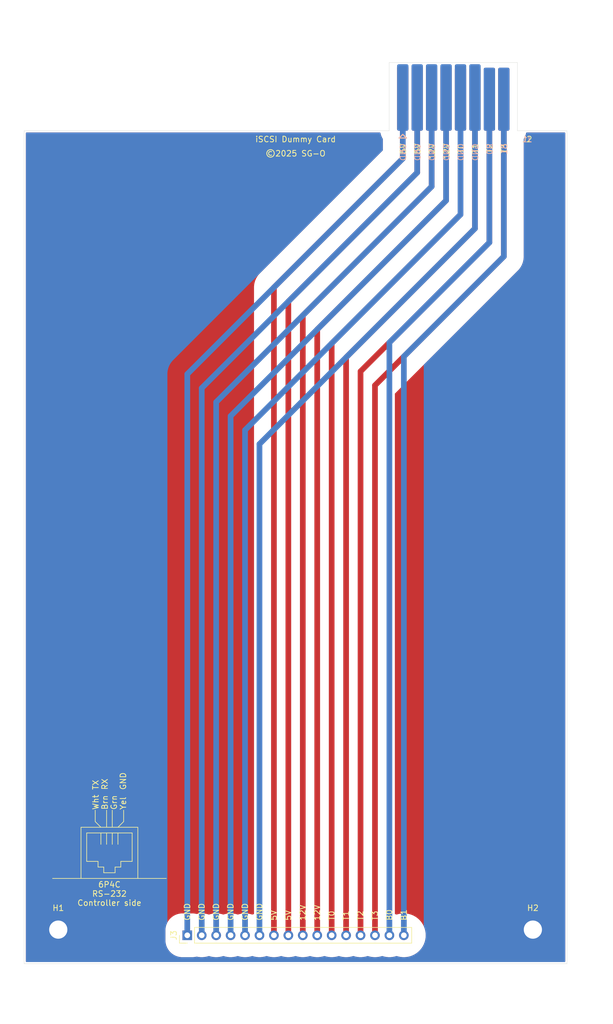
<source format=kicad_pcb>
(kicad_pcb (version 20241229) (generator "pcbnew") (generator_version "9.0")
  (title_block (company "SG-O") (comment 1 "JLC04161H-7628"))
  (layers (0 "F.Cu" signal) (2 "B.Cu" signal) (13 "F.Paste" user) (15 "B.Paste" user) (5 "F.SilkS" user "F.Silkscreen") (7 "B.SilkS" user "B.Silkscreen") (1 "F.Mask" user) (3 "B.Mask" user) (25 "Edge.Cuts" user))
  (net 0 "")
  (net 1 "GNDREF")
  (net 2 "/B1")
  (net 3 "/B0")
  (net 4 "/GND_4")
  (net 5 "/GND_3")
  (net 6 "/GND_1")
  (net 7 "/GND_0")
  (net 8 "/GND_5")
  (net 9 "/GND_2")
  (net 10 "/T0")
  (net 11 "/T1")
  (net 12 "/5V_1")
  (net 13 "/T2")
  (net 14 "/12V_1")
  (net 15 "/T3")
  (net 16 "/5V_0")
  (net 17 "/12V_0")
  (footprint "MountingHole:MountingHole_3.2mm_M3_ISO7380_Pad" (layer "F.Cu") (at 46 179)
    (property "Reference" "H1" (at 0 -3.8 0) (layer "F.SilkS"))
    (property "Value" "MountingHole")
    (pad "1" thru_hole circle (at 0 0) (size 5.7 5.7) (drill 3.2) (layers "*.Cu" "*.Mask") (net 1 "GNDREF"))
  )
  (footprint "MountingHole:MountingHole_3.2mm_M3_ISO7380_Pad" (layer "F.Cu") (at 129.5 179)
    (property "Reference" "H2" (at 0 -3.8 0) (layer "F.SilkS"))
    (property "Value" "MountingHole")
    (pad "1" thru_hole circle (at 0 0) (size 5.7 5.7) (drill 3.2) (layers "*.Cu" "*.Mask") (net 1 "GNDREF"))
  )
  (footprint "Connector_PinHeader_2.54mm:PinHeader_1x16_P2.54mm_Vertical" (layer "F.Cu") (at 68.7 180 90)
    (property "Reference" "J3" (at 0 -2.38 90) (layer "F.SilkS"))
    (property "Value" "Debug")
    (fp_line (start -1.38 -1.38) (end 0 -1.38) (stroke (width 0.12)) (layer "F.SilkS"))
    (fp_line (start -1.38 0) (end -1.38 -1.38) (stroke (width 0.12)) (layer "F.SilkS"))
    (fp_line (start 1.38 1.27) (end 1.38 39.48) (stroke (width 0.12)) (layer "F.SilkS"))
    (fp_line (start -1.38 1.27) (end 1.38 1.27) (stroke (width 0.12)) (layer "F.SilkS"))
    (fp_line (start -1.38 1.27) (end -1.38 39.48) (stroke (width 0.12)) (layer "F.SilkS"))
    (fp_line (start -1.38 39.48) (end 1.38 39.48) (stroke (width 0.12)) (layer "F.SilkS"))
    (pad "1" thru_hole rect (at 0 0 90) (size 1.7 1.7) (drill 1) (layers "*.Cu" "*.Mask") (net 7 "/GND_0"))
    (pad "2" thru_hole circle (at 0 2.54 90) (size 1.7 1.7) (drill 1) (layers "*.Cu" "*.Mask") (net 6 "/GND_1"))
    (pad "3" thru_hole circle (at 0 5.08 90) (size 1.7 1.7) (drill 1) (layers "*.Cu" "*.Mask") (net 9 "/GND_2"))
    (pad "4" thru_hole circle (at 0 7.62 90) (size 1.7 1.7) (drill 1) (layers "*.Cu" "*.Mask") (net 5 "/GND_3"))
    (pad "5" thru_hole circle (at 0 10.16 90) (size 1.7 1.7) (drill 1) (layers "*.Cu" "*.Mask") (net 4 "/GND_4"))
    (pad "6" thru_hole circle (at 0 12.7 90) (size 1.7 1.7) (drill 1) (layers "*.Cu" "*.Mask") (net 8 "/GND_5"))
    (pad "7" thru_hole circle (at 0 15.24 90) (size 1.7 1.7) (drill 1) (layers "*.Cu" "*.Mask") (net 16 "/5V_0"))
    (pad "8" thru_hole circle (at 0 17.78 90) (size 1.7 1.7) (drill 1) (layers "*.Cu" "*.Mask") (net 12 "/5V_1"))
    (pad "9" thru_hole circle (at 0 20.32 90) (size 1.7 1.7) (drill 1) (layers "*.Cu" "*.Mask") (net 17 "/12V_0"))
    (pad "10" thru_hole circle (at 0 22.86 90) (size 1.7 1.7) (drill 1) (layers "*.Cu" "*.Mask") (net 14 "/12V_1"))
    (pad "11" thru_hole circle (at 0 25.4 90) (size 1.7 1.7) (drill 1) (layers "*.Cu" "*.Mask") (net 10 "/T0"))
    (pad "12" thru_hole circle (at 0 27.94 90) (size 1.7 1.7) (drill 1) (layers "*.Cu" "*.Mask") (net 11 "/T1"))
    (pad "13" thru_hole circle (at 0 30.48 90) (size 1.7 1.7) (drill 1) (layers "*.Cu" "*.Mask") (net 13 "/T2"))
    (pad "14" thru_hole circle (at 0 33.02 90) (size 1.7 1.7) (drill 1) (layers "*.Cu" "*.Mask") (net 15 "/T3"))
    (pad "15" thru_hole circle (at 0 35.56 90) (size 1.7 1.7) (drill 1) (layers "*.Cu" "*.Mask") (net 3 "/B0"))
    (pad "16" thru_hole circle (at 0 38.1 90) (size 1.7 1.7) (drill 1) (layers "*.Cu" "*.Mask") (net 2 "/B1"))
  )
  (footprint "Project:Edge_Bottom" (layer "F.Cu") (at 115.5 38.5)
    (property "Reference" "J1" (at 13 1.5 0) (layer "B.SilkS") (effects (justify mirror)))
    (property "Value" "Edge_Bottom")
    (fp_line (start -9.525 1.27) (end -8.255 1.27) (stroke (width 0.2)) (layer "B.SilkS"))
    (fp_line (start -8.89 0.635) (end -9.525 1.27) (stroke (width 0.2)) (layer "B.SilkS"))
    (fp_line (start -8.255 1.27) (end -8.89 0.635) (stroke (width 0.2)) (layer "B.SilkS"))
    (pad "1" smd roundrect (at -8.89 -5.85) (size 2 11.7) (layers "B.Cu" "B.Mask" "B.Paste") (roundrect_rratio 0.15) (net 7 "/GND_0"))
    (pad "2" smd roundrect (at -6.35 -5.85) (size 2 11.7) (layers "B.Cu" "B.Mask" "B.Paste") (roundrect_rratio 0.15) (net 6 "/GND_1"))
    (pad "3" smd roundrect (at -3.81 -5.85) (size 2 11.7) (layers "B.Cu" "B.Mask" "B.Paste") (roundrect_rratio 0.15) (net 9 "/GND_2"))
    (pad "4" smd roundrect (at -1.27 -5.85) (size 2 11.7) (layers "B.Cu" "B.Mask" "B.Paste") (roundrect_rratio 0.15) (net 5 "/GND_3"))
    (pad "5" smd roundrect (at 1.27 -5.85) (size 2 11.7) (layers "B.Cu" "B.Mask" "B.Paste") (roundrect_rratio 0.15) (net 4 "/GND_4"))
    (pad "6" smd roundrect (at 3.81 -5.85) (size 2 11.7) (layers "B.Cu" "B.Mask" "B.Paste") (roundrect_rratio 0.15) (net 8 "/GND_5"))
    (pad "7" smd roundrect (at 6.35 -5.55) (size 2 11.1) (layers "B.Cu" "B.Mask" "B.Paste") (roundrect_rratio 0.15) (net 3 "/B0"))
    (pad "8" smd roundrect (at 8.89 -5.55) (size 2 11.1) (layers "B.Cu" "B.Mask" "B.Paste") (roundrect_rratio 0.15) (net 2 "/B1"))
  )
  (footprint "Project:Edge_Top" (layer "F.Cu") (at 115.5 38.5)
    (property "Reference" "J2" (at 13 1.5 0) (layer "F.SilkS"))
    (property "Value" "Edge_Top")
    (fp_line (start -9.525 1.27) (end -8.255 1.27) (stroke (width 0.2)) (layer "F.SilkS"))
    (fp_line (start -8.89 0.635) (end -9.525 1.27) (stroke (width 0.2)) (layer "F.SilkS"))
    (fp_line (start -8.255 1.27) (end -8.89 0.635) (stroke (width 0.2)) (layer "F.SilkS"))
    (pad "1" smd roundrect (at -8.89 -5.7) (size 2 11.4) (layers "F.Cu" "F.Mask" "F.Paste") (roundrect_rratio 0.15) (net 16 "/5V_0"))
    (pad "2" smd roundrect (at -6.35 -5.7) (size 2 11.4) (layers "F.Cu" "F.Mask" "F.Paste") (roundrect_rratio 0.15) (net 12 "/5V_1"))
    (pad "3" smd roundrect (at -3.81 -5.7) (size 2 11.4) (layers "F.Cu" "F.Mask" "F.Paste") (roundrect_rratio 0.15) (net 17 "/12V_0"))
    (pad "4" smd roundrect (at -1.27 -5.7) (size 2 11.4) (layers "F.Cu" "F.Mask" "F.Paste") (roundrect_rratio 0.15) (net 14 "/12V_1"))
    (pad "5" smd roundrect (at 1.27 -5.55) (size 2 11.1) (layers "F.Cu" "F.Mask" "F.Paste") (roundrect_rratio 0.15) (net 10 "/T0"))
    (pad "6" smd roundrect (at 3.81 -5.55) (size 2 11.1) (layers "F.Cu" "F.Mask" "F.Paste") (roundrect_rratio 0.15) (net 11 "/T1"))
    (pad "7" smd roundrect (at 6.35 -5.55) (size 2 11.1) (layers "F.Cu" "F.Mask" "F.Paste") (roundrect_rratio 0.15) (net 13 "/T2"))
    (pad "8" smd roundrect (at 8.89 -5.55) (size 2 11.1) (layers "F.Cu" "F.Mask" "F.Paste") (roundrect_rratio 0.15) (net 15 "/T3"))
  )
  (gr_line (start 55.5 162) (end 55.5 164) (stroke (width 0.12)) (layer "F.SilkS"))
  (gr_line (start 54 168) (end 54 169) (stroke (width 0.12)) (layer "F.SilkS"))
  (gr_line (start 50 170) (end 45 170) (stroke (width 0.12)) (layer "F.SilkS"))
  (gr_line (start 54.5 161) (end 54.5 158) (stroke (width 0.12)) (layer "F.SilkS"))
  (gr_line (start 59 167) (end 59 162) (stroke (width 0.12)) (layer "F.SilkS"))
  (gr_line (start 53 168) (end 54 168) (stroke (width 0.12)) (layer "F.SilkS"))
  (gr_line (start 53.5 161) (end 52.5 160) (stroke (width 0.12)) (layer "F.SilkS"))
  (gr_line (start 53 167) (end 53 168) (stroke (width 0.12)) (layer "F.SilkS"))
  (gr_line (start 59 162) (end 51 162) (stroke (width 0.12)) (layer "F.SilkS"))
  (gr_line (start 56 169) (end 56 168) (stroke (width 0.12)) (layer "F.SilkS"))
  (gr_line (start 65 170) (end 60 170) (stroke (width 0.12)) (layer "F.SilkS"))
  (gr_line (start 56.5 161) (end 57.5 160) (stroke (width 0.12)) (layer "F.SilkS"))
  (gr_line (start 56.5 162) (end 56.5 164) (stroke (width 0.12)) (layer "F.SilkS"))
  (gr_line (start 57 168) (end 57 167) (stroke (width 0.12)) (layer "F.SilkS"))
  (gr_line (start 57.5 160) (end 57.5 158) (stroke (width 0.12)) (layer "F.SilkS"))
  (gr_line (start 56 168) (end 57 168) (stroke (width 0.12)) (layer "F.SilkS"))
  (gr_line (start 51 167) (end 53 167) (stroke (width 0.12)) (layer "F.SilkS"))
  (gr_line (start 55.5 161) (end 55.5 158) (stroke (width 0.12)) (layer "F.SilkS"))
  (gr_line (start 54.5 162) (end 54.5 164) (stroke (width 0.12)) (layer "F.SilkS"))
  (gr_rect (start 50 161) (end 60 170) (stroke (width 0.12)) (fill no) (layer "F.SilkS"))
  (gr_line (start 57 167) (end 59 167) (stroke (width 0.12)) (layer "F.SilkS"))
  (gr_line (start 51 162) (end 51 167) (stroke (width 0.12)) (layer "F.SilkS"))
  (gr_line (start 54 169) (end 56 169) (stroke (width 0.12)) (layer "F.SilkS"))
  (gr_line (start 52.5 160) (end 52.5 158) (stroke (width 0.12)) (layer "F.SilkS"))
  (gr_line (start 53.5 162) (end 53.5 164) (stroke (width 0.12)) (layer "F.SilkS"))
  (gr_line (start 40 38.5) (end 104.22 38.5) (stroke (width 0.05)) (layer "Edge.Cuts"))
  (gr_line (start 104.22 38.5) (end 104.22 26.5) (stroke (width 0.05)) (layer "Edge.Cuts"))
  (gr_line (start 40 185) (end 135.5 185) (stroke (width 0.05)) (layer "Edge.Cuts"))
  (gr_line (start 126.78 38.5) (end 126.78 26.5) (stroke (width 0.05)) (layer "Edge.Cuts"))
  (gr_line (start 40 185) (end 40 38.5) (stroke (width 0.05)) (layer "Edge.Cuts"))
  (gr_line (start 135.5 185) (end 135.5 38.5) (stroke (width 0.05)) (layer "Edge.Cuts"))
  (gr_line (start 135.5 38.5) (end 126.78 38.5) (stroke (width 0.05)) (layer "Edge.Cuts"))
  (gr_line (start 126.78 26.5) (end 104.22 26.5) (stroke (width 0.05)) (layer "Edge.Cuts"))
  (gr_text "B1" (at 106.8 177.5 90) (layer "F.SilkS") (effects (font (size 1 1)) (justify left)))
  (gr_text "12V" (at 114.3 40.64 90) (layer "F.SilkS") (effects (font (size 1 1)) (justify right)))
  (gr_text "T2" (at 121.92 40.64 90) (layer "F.SilkS") (effects (font (size 1 1)) (justify right)))
  (gr_text "GND" (at 78.86 177.5 90) (layer "F.SilkS") (effects (font (size 1 1)) (justify left)))
  (gr_text "©2025 SG-O" (at 87.75 42.5 0) (layer "F.SilkS") (effects (font (size 1 1))))
  (gr_text "GND" (at 76.32 177.5 90) (layer "F.SilkS") (effects (font (size 1 1)) (justify left)))
  (gr_text "5V" (at 83.94 177.5 90) (layer "F.SilkS") (effects (font (size 1 1)) (justify left)))
  (gr_text "T3" (at 101.72 177.5 90) (layer "F.SilkS") (effects (font (size 1 1)) (justify left)))
  (gr_text "12V" (at 111.76 40.64 90) (layer "F.SilkS") (effects (font (size 1 1)) (justify right)))
  (gr_text "GND" (at 73.78 177.5 90) (layer "F.SilkS") (effects (font (size 1 1)) (justify left)))
  (gr_text "5V" (at 86.48 177.5 90) (layer "F.SilkS") (effects (font (size 1 1)) (justify left)))
  (gr_text "iSCSI Dummy Card" (at 87.75 40 0) (layer "F.SilkS") (effects (font (size 1 1))))
  (gr_text "T0" (at 116.84 40.64 90) (layer "F.SilkS") (effects (font (size 1 1)) (justify right)))
  (gr_text "Wht\nBrn\nGrn\nYel\n" (at 55 158 90) (layer "F.SilkS") (effects (font (size 1 1)) (justify left)))
  (gr_text "T2" (at 99.18 177.5 90) (layer "F.SilkS") (effects (font (size 1 1)) (justify left)))
  (gr_text "GND" (at 71.24 177.5 90) (layer "F.SilkS") (effects (font (size 1 1)) (justify left)))
  (gr_text "T1" (at 119.38 40.64 90) (layer "F.SilkS") (effects (font (size 1 1)) (justify right)))
  (gr_text "5V" (at 109.22 40.64 90) (layer "F.SilkS") (effects (font (size 1 1)) (justify right)))
  (gr_text "T0" (at 94.1 177.5 90) (layer "F.SilkS") (effects (font (size 1 1)) (justify left)))
  (gr_text "6P4C\nRS-232\nController side" (at 55 170.5 0) (layer "F.SilkS") (effects (font (size 1 1)) (justify top)))
  (gr_text "T1" (at 96.64 177.5 90) (layer "F.SilkS") (effects (font (size 1 1)) (justify left)))
  (gr_text "12V" (at 91.56 177.5 90) (layer "F.SilkS") (effects (font (size 1 1)) (justify left)))
  (gr_text "GND" (at 81.4 177.5 90) (layer "F.SilkS") (effects (font (size 1 1)) (justify left)))
  (gr_text "5V" (at 106.68 40.64 90) (layer "F.SilkS") (effects (font (size 1 1)) (justify right)))
  (gr_text "TX\nRX\n\nGND\n" (at 55 154.5 90) (layer "F.SilkS") (effects (font (size 1 1)) (justify left)))
  (gr_text "12V" (at 89.02 177.5 90) (layer "F.SilkS") (effects (font (size 1 1)) (justify left)))
  (gr_text "T3" (at 124.46 40.64 90) (layer "F.SilkS") (effects (font (size 1 1)) (justify right)))
  (gr_text "GND" (at 68.7 177.5 90) (layer "F.SilkS") (effects (font (size 1 1)) (justify left)))
  (gr_text "B0" (at 104.26 177.5 90) (layer "F.SilkS") (effects (font (size 1 1)) (justify left)))
  (gr_text "GND" (at 106.68 40.64 90) (layer "B.SilkS") (effects (font (size 1 1)) (justify left mirror)))
  (gr_text "B0" (at 121.92 40.64 90) (layer "B.SilkS") (effects (font (size 1 1)) (justify left mirror)))
  (gr_text "GND" (at 109.22 40.64 90) (layer "B.SilkS") (effects (font (size 1 1)) (justify left mirror)))
  (gr_text "GND" (at 119.38 40.64 90) (layer "B.SilkS") (effects (font (size 1 1)) (justify left mirror)))
  (gr_text "GND" (at 114.3 40.64 90) (layer "B.SilkS") (effects (font (size 1 1)) (justify left mirror)))
  (gr_text "GND" (at 116.84 40.64 90) (layer "B.SilkS") (effects (font (size 1 1)) (justify left mirror)))
  (gr_text "B1" (at 124.46 40.64 90) (layer "B.SilkS") (effects (font (size 1 1)) (justify left mirror)))
  (gr_text "GND" (at 111.76 40.64 90) (layer "B.SilkS") (effects (font (size 1 1)) (justify left mirror)))
  (segment (start 124.39 60.61) (end 106.8 78.2) (width 1) (layer "B.Cu") (net 2))
  (segment (start 124.39 32.95) (end 124.39 60.61) (width 1) (layer "B.Cu") (net 2))
  (segment (start 106.8 78.2) (end 106.8 180) (width 1) (layer "B.Cu") (net 2))
  (segment (start 121.85 32.95) (end 121.85 58.15) (width 1) (layer "B.Cu") (net 3))
  (segment (start 104.26 75.74) (end 104.26 180) (width 1) (layer "B.Cu") (net 3))
  (segment (start 121.85 58.15) (end 104.26 75.74) (width 1) (layer "B.Cu") (net 3))
  (segment (start 116.77 32.65) (end 116.77 53.23) (width 1) (layer "B.Cu") (net 4))
  (segment (start 116.77 53.23) (end 78.86 91.14) (width 1) (layer "B.Cu") (net 4))
  (segment (start 78.86 91.14) (end 78.86 180) (width 1) (layer "B.Cu") (net 4))
  (segment (start 114.23 50.77) (end 76.32 88.68) (width 1) (layer "B.Cu") (net 5))
  (segment (start 76.32 88.68) (end 76.32 180) (width 1) (layer "B.Cu") (net 5))
  (segment (start 114.23 32.65) (end 114.23 50.77) (width 1) (layer "B.Cu") (net 5))
  (segment (start 109.15 45.85) (end 71.24 83.76) (width 1) (layer "B.Cu") (net 6))
  (segment (start 71.24 83.76) (end 71.24 180) (width 1) (layer "B.Cu") (net 6))
  (segment (start 109.15 32.65) (end 109.15 45.85) (width 1) (layer "B.Cu") (net 6))
  (segment (start 68.7 81.3) (end 68.7 180) (width 1) (layer "B.Cu") (net 7))
  (segment (start 106.61 32.65) (end 106.61 43.39) (width 1) (layer "B.Cu") (net 7))
  (segment (start 106.61 43.39) (end 68.7 81.3) (width 1) (layer "B.Cu") (net 7))
  (segment (start 119.31 55.69) (end 81.4 93.6) (width 1) (layer "B.Cu") (net 8))
  (segment (start 81.4 93.6) (end 81.4 180) (width 1) (layer "B.Cu") (net 8))
  (segment (start 119.31 32.65) (end 119.31 55.69) (width 1) (layer "B.Cu") (net 8))
  (segment (start 111.69 32.65) (end 111.69 48.31) (width 1) (layer "B.Cu") (net 9))
  (segment (start 111.69 48.31) (end 73.78 86.22) (width 1) (layer "B.Cu") (net 9))
  (segment (start 73.78 86.22) (end 73.78 180) (width 1) (layer "B.Cu") (net 9))
  (segment (start 94.1 75.9) (end 94.1 180) (width 1) (layer "F.Cu") (net 10))
  (segment (start 116.77 53.23) (end 94.1 75.9) (width 1) (layer "F.Cu") (net 10))
  (segment (start 116.77 32.95) (end 116.77 53.23) (width 1) (layer "F.Cu") (net 10))
  (segment (start 96.64 78.36) (end 96.64 180) (width 1) (layer "F.Cu") (net 11))
  (segment (start 119.31 55.69) (end 96.64 78.36) (width 1) (layer "F.Cu") (net 11))
  (segment (start 119.31 32.95) (end 119.31 55.69) (width 1) (layer "F.Cu") (net 11))
  (segment (start 109.15 32.8) (end 109.15 45.85) (width 1) (layer "F.Cu") (net 12))
  (segment (start 86.48 68.52) (end 86.48 180) (width 1) (layer "F.Cu") (net 12))
  (segment (start 109.15 45.85) (end 86.48 68.52) (width 1) (layer "F.Cu") (net 12))
  (segment (start 121.85 32.95) (end 121.85 58.15) (width 1) (layer "F.Cu") (net 13))
  (segment (start 121.85 58.15) (end 99.18 80.82) (width 1) (layer "F.Cu") (net 13))
  (segment (start 99.18 80.82) (end 99.18 180) (width 1) (layer "F.Cu") (net 13))
  (segment (start 91.56 73.44) (end 91.56 180) (width 1) (layer "F.Cu") (net 14))
  (segment (start 114.23 50.77) (end 91.56 73.44) (width 1) (layer "F.Cu") (net 14))
  (segment (start 114.23 32.8) (end 114.23 50.77) (width 1) (layer "F.Cu") (net 14))
  (segment (start 124.39 60.61) (end 101.72 83.28) (width 1) (layer "F.Cu") (net 15))
  (segment (start 101.72 83.28) (end 101.72 180) (width 1) (layer "F.Cu") (net 15))
  (segment (start 124.39 32.95) (end 124.39 60.61) (width 1) (layer "F.Cu") (net 15))
  (segment (start 83.94 66.06) (end 83.94 180) (width 1) (layer "F.Cu") (net 16))
  (segment (start 106.61 43.39) (end 83.94 66.06) (width 1) (layer "F.Cu") (net 16))
  (segment (start 106.61 32.8) (end 106.61 43.39) (width 1) (layer "F.Cu") (net 16))
  (segment (start 111.69 32.8) (end 111.69 48.31) (width 1) (layer "F.Cu") (net 17))
  (segment (start 89.02 70.98) (end 89.02 180) (width 1) (layer "F.Cu") (net 17))
  (segment (start 111.69 48.31) (end 89.02 70.98) (width 1) (layer "F.Cu") (net 17))
  (zone (net 1) (net_name "GNDREF") (layers "F.Cu" "B.Cu") (connect_pads (clearance 3)) (min_thickness 0.25) (fill yes (thermal_gap 0.5) (thermal_bridge_width 0.5))
    (polygon (pts (xy 40 185) (xy 135.5 185) (xy 135.5 38.5) (xy 40 38.5)))
  )
)
</source>
